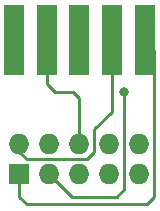
<source format=gtl>
G04 #@! TF.GenerationSoftware,KiCad,Pcbnew,(5.1.8)-1*
G04 #@! TF.CreationDate,2021-02-12T22:31:08+01:00*
G04 #@! TF.ProjectId,Sinclair,53696e63-6c61-4697-922e-6b696361645f,rev?*
G04 #@! TF.SameCoordinates,Original*
G04 #@! TF.FileFunction,Copper,L1,Top*
G04 #@! TF.FilePolarity,Positive*
%FSLAX46Y46*%
G04 Gerber Fmt 4.6, Leading zero omitted, Abs format (unit mm)*
G04 Created by KiCad (PCBNEW (5.1.8)-1) date 2021-02-12 22:31:08*
%MOMM*%
%LPD*%
G01*
G04 APERTURE LIST*
G04 #@! TA.AperFunction,SMDPad,CuDef*
%ADD10R,1.700000X6.000000*%
G04 #@! TD*
G04 #@! TA.AperFunction,ComponentPad*
%ADD11O,1.727200X1.727200*%
G04 #@! TD*
G04 #@! TA.AperFunction,ComponentPad*
%ADD12R,1.727200X1.727200*%
G04 #@! TD*
G04 #@! TA.AperFunction,ViaPad*
%ADD13C,0.800000*%
G04 #@! TD*
G04 #@! TA.AperFunction,Conductor*
%ADD14C,0.250000*%
G04 #@! TD*
G04 APERTURE END LIST*
D10*
X136684500Y-78168500D03*
X139454500Y-78168500D03*
X142224500Y-78168500D03*
X144994500Y-78168500D03*
X147764500Y-78168500D03*
D11*
X147320000Y-86995000D03*
X144780000Y-86995000D03*
X142240000Y-86995000D03*
X139700000Y-86995000D03*
X137160000Y-86995000D03*
X147320000Y-89535000D03*
X144780000Y-89535000D03*
X142240000Y-89535000D03*
X139700000Y-89535000D03*
D12*
X137160000Y-89535000D03*
D13*
X146050000Y-82550068D03*
D14*
X139454500Y-78168500D02*
X139454500Y-81854185D01*
X139454500Y-81854185D02*
X140150315Y-82550000D01*
X140150315Y-82550000D02*
X141732008Y-82550000D01*
X142240000Y-83057992D02*
X141732008Y-82550000D01*
X142240000Y-86995000D02*
X142240000Y-83057992D01*
X148590000Y-78994000D02*
X147764500Y-78168500D01*
X148590000Y-91440000D02*
X148590000Y-78994000D01*
X137795000Y-92075000D02*
X147955000Y-92075000D01*
X147955000Y-92075000D02*
X148590000Y-91440000D01*
X137160000Y-91440000D02*
X137795000Y-92075000D01*
X137160000Y-89535000D02*
X137160000Y-91440000D01*
X139700000Y-89535000D02*
X141605000Y-91440000D01*
X141605000Y-91440000D02*
X145415000Y-91440000D01*
X145415000Y-91440000D02*
X146050000Y-90805000D01*
X146050000Y-90805000D02*
X146050000Y-82550068D01*
X144994500Y-84240500D02*
X144994500Y-78168500D01*
X143510000Y-87630000D02*
X143510000Y-85725000D01*
X142875000Y-88265000D02*
X143510000Y-87630000D01*
X137795000Y-88265000D02*
X142875000Y-88265000D01*
X137160000Y-87630000D02*
X137795000Y-88265000D01*
X143510000Y-85725000D02*
X144994500Y-84240500D01*
X137160000Y-86995000D02*
X137160000Y-87630000D01*
M02*

</source>
